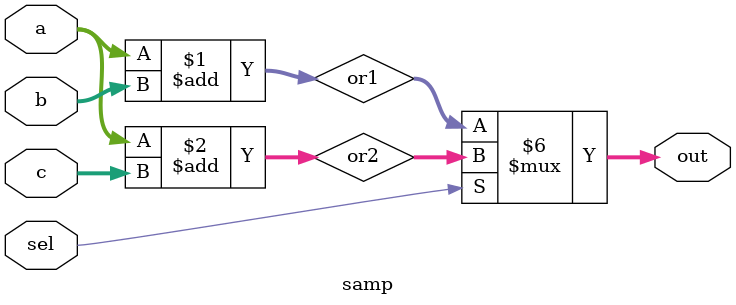
<source format=v>
module samp(a, b, c, out, sel);

input [3:0] a;
input [3:0] b;
input [3:0] c;
input sel;

wire [3:0] or1;
wire [3:0] or2;

assign or1 = a+b;
assign or2 = a+c;

output reg [3:0] out;

always @(or1, or2)
	begin
		if(sel == 1'b0)
			out = or1;
		else
			out = or2;
	end
	endmodule

</source>
